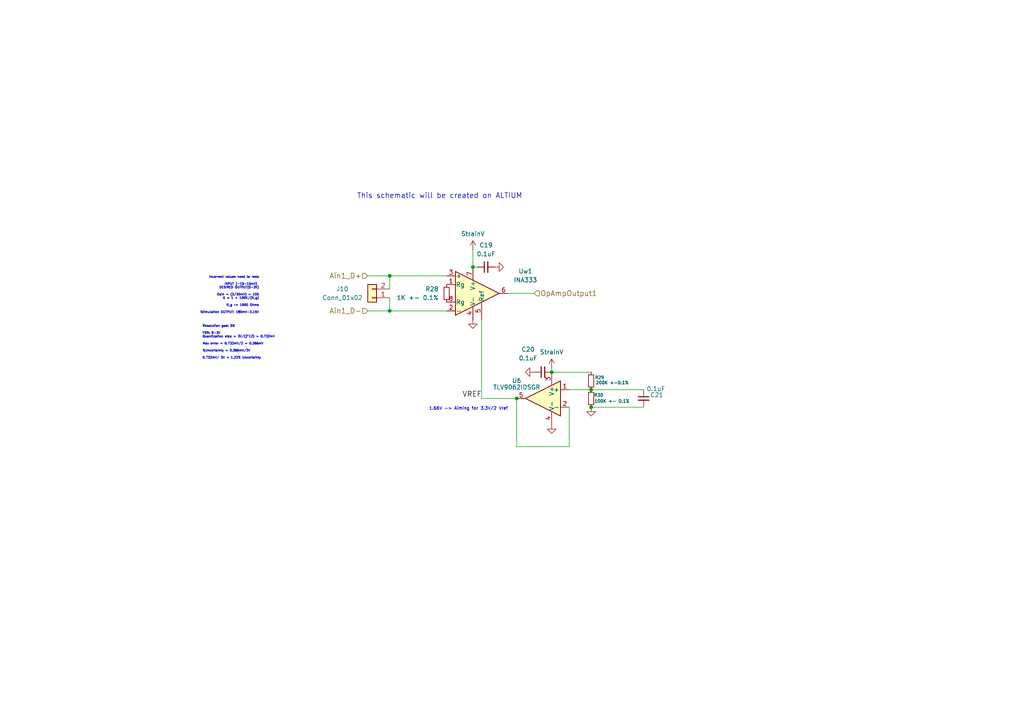
<source format=kicad_sch>
(kicad_sch
	(version 20250114)
	(generator "eeschema")
	(generator_version "9.0")
	(uuid "3618ac50-3dd9-4787-8423-f4bcf6659e95")
	(paper "A4")
	(lib_symbols
		(symbol "Connector_Generic:Conn_01x02"
			(pin_names
				(offset 1.016)
				(hide yes)
			)
			(exclude_from_sim no)
			(in_bom yes)
			(on_board yes)
			(property "Reference" "J"
				(at 0 2.54 0)
				(effects
					(font
						(size 1.27 1.27)
					)
				)
			)
			(property "Value" "Conn_01x02"
				(at 0 -5.08 0)
				(effects
					(font
						(size 1.27 1.27)
					)
				)
			)
			(property "Footprint" ""
				(at 0 0 0)
				(effects
					(font
						(size 1.27 1.27)
					)
					(hide yes)
				)
			)
			(property "Datasheet" "~"
				(at 0 0 0)
				(effects
					(font
						(size 1.27 1.27)
					)
					(hide yes)
				)
			)
			(property "Description" "Generic connector, single row, 01x02, script generated (kicad-library-utils/schlib/autogen/connector/)"
				(at 0 0 0)
				(effects
					(font
						(size 1.27 1.27)
					)
					(hide yes)
				)
			)
			(property "ki_keywords" "connector"
				(at 0 0 0)
				(effects
					(font
						(size 1.27 1.27)
					)
					(hide yes)
				)
			)
			(property "ki_fp_filters" "Connector*:*_1x??_*"
				(at 0 0 0)
				(effects
					(font
						(size 1.27 1.27)
					)
					(hide yes)
				)
			)
			(symbol "Conn_01x02_1_1"
				(rectangle
					(start -1.27 1.27)
					(end 1.27 -3.81)
					(stroke
						(width 0.254)
						(type default)
					)
					(fill
						(type background)
					)
				)
				(rectangle
					(start -1.27 0.127)
					(end 0 -0.127)
					(stroke
						(width 0.1524)
						(type default)
					)
					(fill
						(type none)
					)
				)
				(rectangle
					(start -1.27 -2.413)
					(end 0 -2.667)
					(stroke
						(width 0.1524)
						(type default)
					)
					(fill
						(type none)
					)
				)
				(pin passive line
					(at -5.08 0 0)
					(length 3.81)
					(name "Pin_1"
						(effects
							(font
								(size 1.27 1.27)
							)
						)
					)
					(number "1"
						(effects
							(font
								(size 1.27 1.27)
							)
						)
					)
				)
				(pin passive line
					(at -5.08 -2.54 0)
					(length 3.81)
					(name "Pin_2"
						(effects
							(font
								(size 1.27 1.27)
							)
						)
					)
					(number "2"
						(effects
							(font
								(size 1.27 1.27)
							)
						)
					)
				)
			)
			(embedded_fonts no)
		)
		(symbol "Device:C_Small"
			(pin_numbers
				(hide yes)
			)
			(pin_names
				(offset 0.254)
				(hide yes)
			)
			(exclude_from_sim no)
			(in_bom yes)
			(on_board yes)
			(property "Reference" "C"
				(at 0.254 1.778 0)
				(effects
					(font
						(size 1.27 1.27)
					)
					(justify left)
				)
			)
			(property "Value" "C_Small"
				(at 0.254 -2.032 0)
				(effects
					(font
						(size 1.27 1.27)
					)
					(justify left)
				)
			)
			(property "Footprint" ""
				(at 0 0 0)
				(effects
					(font
						(size 1.27 1.27)
					)
					(hide yes)
				)
			)
			(property "Datasheet" "~"
				(at 0 0 0)
				(effects
					(font
						(size 1.27 1.27)
					)
					(hide yes)
				)
			)
			(property "Description" "Unpolarized capacitor, small symbol"
				(at 0 0 0)
				(effects
					(font
						(size 1.27 1.27)
					)
					(hide yes)
				)
			)
			(property "ki_keywords" "capacitor cap"
				(at 0 0 0)
				(effects
					(font
						(size 1.27 1.27)
					)
					(hide yes)
				)
			)
			(property "ki_fp_filters" "C_*"
				(at 0 0 0)
				(effects
					(font
						(size 1.27 1.27)
					)
					(hide yes)
				)
			)
			(symbol "C_Small_0_1"
				(polyline
					(pts
						(xy -1.524 0.508) (xy 1.524 0.508)
					)
					(stroke
						(width 0.3048)
						(type default)
					)
					(fill
						(type none)
					)
				)
				(polyline
					(pts
						(xy -1.524 -0.508) (xy 1.524 -0.508)
					)
					(stroke
						(width 0.3302)
						(type default)
					)
					(fill
						(type none)
					)
				)
			)
			(symbol "C_Small_1_1"
				(pin passive line
					(at 0 2.54 270)
					(length 2.032)
					(name "~"
						(effects
							(font
								(size 1.27 1.27)
							)
						)
					)
					(number "1"
						(effects
							(font
								(size 1.27 1.27)
							)
						)
					)
				)
				(pin passive line
					(at 0 -2.54 90)
					(length 2.032)
					(name "~"
						(effects
							(font
								(size 1.27 1.27)
							)
						)
					)
					(number "2"
						(effects
							(font
								(size 1.27 1.27)
							)
						)
					)
				)
			)
			(embedded_fonts no)
		)
		(symbol "Device:R_Small"
			(pin_numbers
				(hide yes)
			)
			(pin_names
				(offset 0.254)
				(hide yes)
			)
			(exclude_from_sim no)
			(in_bom yes)
			(on_board yes)
			(property "Reference" "R"
				(at 0.762 0.508 0)
				(effects
					(font
						(size 1.27 1.27)
					)
					(justify left)
				)
			)
			(property "Value" "R_Small"
				(at 0.762 -1.016 0)
				(effects
					(font
						(size 1.27 1.27)
					)
					(justify left)
				)
			)
			(property "Footprint" ""
				(at 0 0 0)
				(effects
					(font
						(size 1.27 1.27)
					)
					(hide yes)
				)
			)
			(property "Datasheet" "~"
				(at 0 0 0)
				(effects
					(font
						(size 1.27 1.27)
					)
					(hide yes)
				)
			)
			(property "Description" "Resistor, small symbol"
				(at 0 0 0)
				(effects
					(font
						(size 1.27 1.27)
					)
					(hide yes)
				)
			)
			(property "ki_keywords" "R resistor"
				(at 0 0 0)
				(effects
					(font
						(size 1.27 1.27)
					)
					(hide yes)
				)
			)
			(property "ki_fp_filters" "R_*"
				(at 0 0 0)
				(effects
					(font
						(size 1.27 1.27)
					)
					(hide yes)
				)
			)
			(symbol "R_Small_0_1"
				(rectangle
					(start -0.762 1.778)
					(end 0.762 -1.778)
					(stroke
						(width 0.2032)
						(type default)
					)
					(fill
						(type none)
					)
				)
			)
			(symbol "R_Small_1_1"
				(pin passive line
					(at 0 2.54 270)
					(length 0.762)
					(name "~"
						(effects
							(font
								(size 1.27 1.27)
							)
						)
					)
					(number "1"
						(effects
							(font
								(size 1.27 1.27)
							)
						)
					)
				)
				(pin passive line
					(at 0 -2.54 90)
					(length 0.762)
					(name "~"
						(effects
							(font
								(size 1.27 1.27)
							)
						)
					)
					(number "2"
						(effects
							(font
								(size 1.27 1.27)
							)
						)
					)
				)
			)
			(embedded_fonts no)
		)
		(symbol "INA317:INA333xxDGK"
			(pin_names
				(offset 0.127)
			)
			(exclude_from_sim no)
			(in_bom yes)
			(on_board yes)
			(property "Reference" "U"
				(at 3.81 3.175 0)
				(effects
					(font
						(size 1.27 1.27)
					)
					(justify left)
				)
			)
			(property "Value" "INA317xxDGK"
				(at 3.81 -3.175 0)
				(effects
					(font
						(size 1.27 1.27)
					)
					(justify left)
				)
			)
			(property "Footprint" "Package_SO:VSSOP-8_3x3mm_P0.65mm"
				(at 0 -7.62 0)
				(effects
					(font
						(size 1.27 1.27)
					)
					(hide yes)
				)
			)
			(property "Datasheet" "https://www.ti.com/lit/ds/symlink/ina333.pdf"
				(at 2.54 0 0)
				(effects
					(font
						(size 1.27 1.27)
					)
					(hide yes)
				)
			)
			(property "Description" "Zero Drift, Micropower Instrumentation Amplifier G = 1 + 100kOhm/Rg, VSSOP-8"
				(at 0 0 0)
				(effects
					(font
						(size 1.27 1.27)
					)
					(hide yes)
				)
			)
			(property "ki_keywords" "instrumentation opamp amplifier"
				(at 0 0 0)
				(effects
					(font
						(size 1.27 1.27)
					)
					(hide yes)
				)
			)
			(property "ki_fp_filters" "VSSOP*3x3mm*P0.65mm*"
				(at 0 0 0)
				(effects
					(font
						(size 1.27 1.27)
					)
					(hide yes)
				)
			)
			(symbol "INA333xxDGK_0_1"
				(polyline
					(pts
						(xy 7.62 0) (xy -5.08 6.35) (xy -5.08 -6.35) (xy 7.62 0)
					)
					(stroke
						(width 0.254)
						(type default)
					)
					(fill
						(type background)
					)
				)
			)
			(symbol "INA333xxDGK_1_1"
				(pin input line
					(at -7.62 5.08 0)
					(length 2.54)
					(name "+"
						(effects
							(font
								(size 1.27 1.27)
							)
						)
					)
					(number "3"
						(effects
							(font
								(size 1.27 1.27)
							)
						)
					)
				)
				(pin passive line
					(at -7.62 2.54 0)
					(length 2.54)
					(name "Rg"
						(effects
							(font
								(size 1.27 1.27)
							)
						)
					)
					(number "1"
						(effects
							(font
								(size 1.27 1.27)
							)
						)
					)
				)
				(pin passive line
					(at -7.62 -2.54 0)
					(length 2.54)
					(name "Rg"
						(effects
							(font
								(size 1.27 1.27)
							)
						)
					)
					(number "8"
						(effects
							(font
								(size 1.27 1.27)
							)
						)
					)
				)
				(pin input line
					(at -7.62 -5.08 0)
					(length 2.54)
					(name "-"
						(effects
							(font
								(size 1.27 1.27)
							)
						)
					)
					(number "2"
						(effects
							(font
								(size 1.27 1.27)
							)
						)
					)
				)
				(pin power_in line
					(at 0 7.62 270)
					(length 3.81)
					(name "V+"
						(effects
							(font
								(size 1.27 1.27)
							)
						)
					)
					(number "7"
						(effects
							(font
								(size 1.27 1.27)
							)
						)
					)
				)
				(pin power_in line
					(at 0 -7.62 90)
					(length 3.81)
					(name "V-"
						(effects
							(font
								(size 1.27 1.27)
							)
						)
					)
					(number "4"
						(effects
							(font
								(size 1.27 1.27)
							)
						)
					)
				)
				(pin input line
					(at 2.54 -7.62 90)
					(length 5.08)
					(name "Ref"
						(effects
							(font
								(size 1.27 1.27)
							)
						)
					)
					(number "5"
						(effects
							(font
								(size 1.27 1.27)
							)
						)
					)
				)
				(pin output line
					(at 10.16 0 180)
					(length 2.54)
					(name "~"
						(effects
							(font
								(size 1.27 1.27)
							)
						)
					)
					(number "6"
						(effects
							(font
								(size 1.27 1.27)
							)
						)
					)
				)
			)
			(embedded_fonts no)
		)
		(symbol "Simulation_SPICE:OPAMP"
			(pin_names
				(offset 0.254)
			)
			(exclude_from_sim no)
			(in_bom yes)
			(on_board yes)
			(property "Reference" "U"
				(at 3.81 3.175 0)
				(effects
					(font
						(size 1.27 1.27)
					)
					(justify left)
				)
			)
			(property "Value" "${SIM.PARAMS}"
				(at 3.81 -3.175 0)
				(effects
					(font
						(size 1.27 1.27)
					)
					(justify left)
				)
			)
			(property "Footprint" ""
				(at 0 0 0)
				(effects
					(font
						(size 1.27 1.27)
					)
					(hide yes)
				)
			)
			(property "Datasheet" "https://ngspice.sourceforge.io/docs/ngspice-html-manual/manual.xhtml#sec__SUBCKT_Subcircuits"
				(at 0 0 0)
				(effects
					(font
						(size 1.27 1.27)
					)
					(hide yes)
				)
			)
			(property "Description" "Operational amplifier, single"
				(at 0 0 0)
				(effects
					(font
						(size 1.27 1.27)
					)
					(hide yes)
				)
			)
			(property "Sim.Pins" "1=in+ 2=in- 3=vcc 4=vee 5=out"
				(at 0 0 0)
				(effects
					(font
						(size 1.27 1.27)
					)
					(hide yes)
				)
			)
			(property "Sim.Device" "SUBCKT"
				(at 0 0 0)
				(effects
					(font
						(size 1.27 1.27)
					)
					(justify left)
					(hide yes)
				)
			)
			(property "Sim.Library" "${KICAD8_SYMBOL_DIR}/Simulation_SPICE.sp"
				(at 0 0 0)
				(effects
					(font
						(size 1.27 1.27)
					)
					(hide yes)
				)
			)
			(property "Sim.Name" "kicad_builtin_opamp"
				(at 0 0 0)
				(effects
					(font
						(size 1.27 1.27)
					)
					(hide yes)
				)
			)
			(property "ki_keywords" "simulation"
				(at 0 0 0)
				(effects
					(font
						(size 1.27 1.27)
					)
					(hide yes)
				)
			)
			(symbol "OPAMP_0_1"
				(polyline
					(pts
						(xy 5.08 0) (xy -5.08 5.08) (xy -5.08 -5.08) (xy 5.08 0)
					)
					(stroke
						(width 0.254)
						(type default)
					)
					(fill
						(type background)
					)
				)
			)
			(symbol "OPAMP_1_1"
				(pin input line
					(at -7.62 2.54 0)
					(length 2.54)
					(name "+"
						(effects
							(font
								(size 1.27 1.27)
							)
						)
					)
					(number "1"
						(effects
							(font
								(size 1.27 1.27)
							)
						)
					)
				)
				(pin input line
					(at -7.62 -2.54 0)
					(length 2.54)
					(name "-"
						(effects
							(font
								(size 1.27 1.27)
							)
						)
					)
					(number "2"
						(effects
							(font
								(size 1.27 1.27)
							)
						)
					)
				)
				(pin power_in line
					(at -2.54 7.62 270)
					(length 3.81)
					(name "V+"
						(effects
							(font
								(size 1.27 1.27)
							)
						)
					)
					(number "3"
						(effects
							(font
								(size 1.27 1.27)
							)
						)
					)
				)
				(pin power_in line
					(at -2.54 -7.62 90)
					(length 3.81)
					(name "V-"
						(effects
							(font
								(size 1.27 1.27)
							)
						)
					)
					(number "4"
						(effects
							(font
								(size 1.27 1.27)
							)
						)
					)
				)
				(pin output line
					(at 7.62 0 180)
					(length 2.54)
					(name "~"
						(effects
							(font
								(size 1.27 1.27)
							)
						)
					)
					(number "5"
						(effects
							(font
								(size 1.27 1.27)
							)
						)
					)
				)
			)
			(embedded_fonts no)
		)
		(symbol "power:+12L"
			(power)
			(pin_numbers
				(hide yes)
			)
			(pin_names
				(offset 0)
				(hide yes)
			)
			(exclude_from_sim no)
			(in_bom yes)
			(on_board yes)
			(property "Reference" "#PWR02"
				(at 0 -3.81 0)
				(effects
					(font
						(size 1.27 1.27)
					)
					(hide yes)
				)
			)
			(property "Value" "StrainV"
				(at 0 5.08 0)
				(effects
					(font
						(size 1.27 1.27)
					)
				)
			)
			(property "Footprint" ""
				(at 0 0 0)
				(effects
					(font
						(size 1.27 1.27)
					)
					(hide yes)
				)
			)
			(property "Datasheet" ""
				(at 0 0 0)
				(effects
					(font
						(size 1.27 1.27)
					)
					(hide yes)
				)
			)
			(property "Description" "Power symbol creates a global label with name \"+12L\""
				(at 0 0 0)
				(effects
					(font
						(size 1.27 1.27)
					)
					(hide yes)
				)
			)
			(property "ki_keywords" "global power"
				(at 0 0 0)
				(effects
					(font
						(size 1.27 1.27)
					)
					(hide yes)
				)
			)
			(symbol "+12L_0_1"
				(polyline
					(pts
						(xy -0.762 1.27) (xy 0 2.54)
					)
					(stroke
						(width 0)
						(type default)
					)
					(fill
						(type none)
					)
				)
				(polyline
					(pts
						(xy 0 2.54) (xy 0.762 1.27)
					)
					(stroke
						(width 0)
						(type default)
					)
					(fill
						(type none)
					)
				)
				(polyline
					(pts
						(xy 0 0) (xy 0 2.54)
					)
					(stroke
						(width 0)
						(type default)
					)
					(fill
						(type none)
					)
				)
			)
			(symbol "+12L_1_1"
				(pin power_out line
					(at 0 0 90)
					(length 0)
					(name "~"
						(effects
							(font
								(size 1.27 1.27)
							)
						)
					)
					(number "1"
						(effects
							(font
								(size 1.27 1.27)
							)
						)
					)
				)
			)
			(embedded_fonts no)
		)
		(symbol "power:GND"
			(power)
			(pin_numbers
				(hide yes)
			)
			(pin_names
				(offset 0)
				(hide yes)
			)
			(exclude_from_sim no)
			(in_bom yes)
			(on_board yes)
			(property "Reference" "#PWR"
				(at 0 -6.35 0)
				(effects
					(font
						(size 1.27 1.27)
					)
					(hide yes)
				)
			)
			(property "Value" "GND"
				(at 0 -3.81 0)
				(effects
					(font
						(size 1.27 1.27)
					)
				)
			)
			(property "Footprint" ""
				(at 0 0 0)
				(effects
					(font
						(size 1.27 1.27)
					)
					(hide yes)
				)
			)
			(property "Datasheet" ""
				(at 0 0 0)
				(effects
					(font
						(size 1.27 1.27)
					)
					(hide yes)
				)
			)
			(property "Description" "Power symbol creates a global label with name \"GND\" , ground"
				(at 0 0 0)
				(effects
					(font
						(size 1.27 1.27)
					)
					(hide yes)
				)
			)
			(property "ki_keywords" "global power"
				(at 0 0 0)
				(effects
					(font
						(size 1.27 1.27)
					)
					(hide yes)
				)
			)
			(symbol "GND_0_1"
				(polyline
					(pts
						(xy 0 0) (xy 0 -1.27) (xy 1.27 -1.27) (xy 0 -2.54) (xy -1.27 -1.27) (xy 0 -1.27)
					)
					(stroke
						(width 0)
						(type default)
					)
					(fill
						(type none)
					)
				)
			)
			(symbol "GND_1_1"
				(pin power_in line
					(at 0 0 270)
					(length 0)
					(name "~"
						(effects
							(font
								(size 1.27 1.27)
							)
						)
					)
					(number "1"
						(effects
							(font
								(size 1.27 1.27)
							)
						)
					)
				)
			)
			(embedded_fonts no)
		)
	)
	(text "Resolution goal 5%\n\nFSR: 0-3V\nQuantization step = 3V/(2^12) = 0.732mV\n\nMax error = 0.732mV/2 = 0.366mV\n\n%Uncertainty = 0.366mV/3V\n\n0.732mV/ 3V = 1.22% Uncertainty\n\n\n\n"
		(exclude_from_sim no)
		(at 58.674 100.838 0)
		(effects
			(font
				(size 0.635 0.635)
			)
			(justify left)
		)
		(uuid "11360541-8b6a-4769-92fe-12b4ba241c73")
	)
	(text "This schematic will be created on ALTIUM"
		(exclude_from_sim no)
		(at 127.508 56.896 0)
		(effects
			(font
				(size 1.4986 1.4986)
			)
		)
		(uuid "15311a66-f708-4799-b8cd-d4db70314280")
	)
	(text "1.66V -> Aiming for 3.3V/2 Vref"
		(exclude_from_sim no)
		(at 135.89 118.618 0)
		(effects
			(font
				(size 0.889 0.889)
			)
		)
		(uuid "407aa818-214a-48d3-8283-2d1cedcd400a")
	)
	(text "Incorrect values need to redo\n\nINPUT (-15-15mV) \nDESIRED OUTPUT(0-3V)\n\nGain = (3/30mV) = 100\nG = 1 + 100K/(R_g)\n\nR_g ~= 1000 Ohms\n\nStimulation OUTPUT: 180mV-3.15V"
		(exclude_from_sim no)
		(at 75.184 85.598 0)
		(effects
			(font
				(size 0.635 0.635)
			)
			(justify right)
		)
		(uuid "72caba9e-1295-4a46-a71d-080ddd19b88c")
	)
	(junction
		(at 137.16 77.47)
		(diameter 0)
		(color 0 0 0 0)
		(uuid "47da122b-1151-4c0b-8fed-bd2b576ba7cd")
	)
	(junction
		(at 113.03 80.01)
		(diameter 0)
		(color 0 0 0 0)
		(uuid "6ad1cfc8-9ad8-4442-aabb-a9c5afa4c842")
	)
	(junction
		(at 160.02 107.95)
		(diameter 0)
		(color 0 0 0 0)
		(uuid "8fcddc80-cda8-47eb-bdad-726542fa8db0")
	)
	(junction
		(at 171.45 113.03)
		(diameter 0)
		(color 0 0 0 0)
		(uuid "b00d5a03-7d06-49eb-8d52-d60617d7f00a")
	)
	(junction
		(at 113.03 90.17)
		(diameter 0)
		(color 0 0 0 0)
		(uuid "b58430f7-79cd-4a7a-bb2e-a3d334c61cce")
	)
	(junction
		(at 171.45 118.11)
		(diameter 0)
		(color 0 0 0 0)
		(uuid "b8d95db4-0f69-473c-a210-3b1291965795")
	)
	(junction
		(at 149.86 115.57)
		(diameter 0)
		(color 0 0 0 0)
		(uuid "bffdc2a0-804c-4ddd-a584-6e06e0907237")
	)
	(wire
		(pts
			(xy 113.03 90.17) (xy 113.03 86.36)
		)
		(stroke
			(width 0)
			(type default)
		)
		(uuid "24d02970-e004-46e0-8d5a-ad873de5a022")
	)
	(wire
		(pts
			(xy 147.32 85.09) (xy 154.94 85.09)
		)
		(stroke
			(width 0)
			(type default)
		)
		(uuid "35d3df87-e1f7-4f27-a1d7-bb050e69bbc0")
	)
	(wire
		(pts
			(xy 171.45 113.03) (xy 186.69 113.03)
		)
		(stroke
			(width 0)
			(type default)
		)
		(uuid "406396d3-f273-4ccb-9184-cef7c9243ad6")
	)
	(wire
		(pts
			(xy 113.03 80.01) (xy 129.54 80.01)
		)
		(stroke
			(width 0)
			(type default)
		)
		(uuid "40849298-f718-42bc-8bd0-fc4f749d67cc")
	)
	(wire
		(pts
			(xy 165.1 129.54) (xy 149.86 129.54)
		)
		(stroke
			(width 0)
			(type default)
		)
		(uuid "41c21eab-b475-4841-9898-9b7f9fffc25d")
	)
	(wire
		(pts
			(xy 149.86 129.54) (xy 149.86 115.57)
		)
		(stroke
			(width 0)
			(type default)
		)
		(uuid "6b97430a-682d-4657-aa43-653a3248094c")
	)
	(wire
		(pts
			(xy 137.16 72.39) (xy 137.16 77.47)
		)
		(stroke
			(width 0)
			(type default)
		)
		(uuid "7b87adfe-c7ae-4eff-b5bb-c5744ae819ab")
	)
	(wire
		(pts
			(xy 160.02 106.68) (xy 160.02 107.95)
		)
		(stroke
			(width 0)
			(type default)
		)
		(uuid "8b47c3d1-1dfe-4b9a-abf1-708b338d0ce9")
	)
	(wire
		(pts
			(xy 165.1 118.11) (xy 165.1 129.54)
		)
		(stroke
			(width 0)
			(type default)
		)
		(uuid "8ba47576-b11a-455f-b102-db5ebd707ca8")
	)
	(wire
		(pts
			(xy 139.7 92.71) (xy 139.7 115.57)
		)
		(stroke
			(width 0)
			(type default)
		)
		(uuid "8f6a5b89-63c9-44c3-addb-f83ccf1e5cbd")
	)
	(wire
		(pts
			(xy 186.69 118.11) (xy 171.45 118.11)
		)
		(stroke
			(width 0)
			(type default)
		)
		(uuid "ab02398d-8bd4-4f82-9856-fa183384c659")
	)
	(wire
		(pts
			(xy 113.03 83.82) (xy 113.03 80.01)
		)
		(stroke
			(width 0)
			(type default)
		)
		(uuid "bfca2ee0-d70f-4bf3-8e13-3981e35dce35")
	)
	(wire
		(pts
			(xy 106.68 90.17) (xy 113.03 90.17)
		)
		(stroke
			(width 0)
			(type default)
		)
		(uuid "d47ba471-2028-42cc-bede-e73a94011314")
	)
	(wire
		(pts
			(xy 171.45 107.95) (xy 160.02 107.95)
		)
		(stroke
			(width 0)
			(type default)
		)
		(uuid "d7690009-19ac-4d4a-8d3f-a7b28ccddc52")
	)
	(wire
		(pts
			(xy 106.68 80.01) (xy 113.03 80.01)
		)
		(stroke
			(width 0)
			(type default)
		)
		(uuid "db9fd987-a5ef-4fc9-a049-c5cc57a92b5e")
	)
	(wire
		(pts
			(xy 138.43 77.47) (xy 137.16 77.47)
		)
		(stroke
			(width 0)
			(type default)
		)
		(uuid "dc300e99-606f-4379-869e-b7e62cc58b0d")
	)
	(wire
		(pts
			(xy 129.54 90.17) (xy 113.03 90.17)
		)
		(stroke
			(width 0)
			(type default)
		)
		(uuid "ddc98724-0248-4d79-a122-c341c0fac117")
	)
	(wire
		(pts
			(xy 139.7 115.57) (xy 149.86 115.57)
		)
		(stroke
			(width 0)
			(type default)
		)
		(uuid "e7c9835e-4648-4633-8a94-da24a31f58c7")
	)
	(wire
		(pts
			(xy 171.45 113.03) (xy 165.1 113.03)
		)
		(stroke
			(width 0)
			(type default)
		)
		(uuid "f2955fe7-e4ac-4da3-a947-24d066bcb079")
	)
	(label "VREF"
		(at 139.7 115.57 180)
		(effects
			(font
				(size 1.4986 1.4986)
			)
			(justify right bottom)
		)
		(uuid "70df8545-16ed-46c0-88de-4c3ff44bb04b")
	)
	(hierarchical_label "Ain1_D-"
		(shape input)
		(at 106.68 90.17 180)
		(effects
			(font
				(size 1.4986 1.4986)
			)
			(justify right)
		)
		(uuid "74b8ec38-5ccd-46ba-8993-2b165968668c")
	)
	(hierarchical_label "Ain1_D+"
		(shape input)
		(at 106.68 80.01 180)
		(effects
			(font
				(size 1.4986 1.4986)
			)
			(justify right)
		)
		(uuid "946c7d99-8dab-4edf-bd79-548c7de6c7d2")
	)
	(hierarchical_label "OpAmpOutput1"
		(shape input)
		(at 154.94 85.09 0)
		(effects
			(font
				(size 1.4986 1.4986)
			)
			(justify left)
		)
		(uuid "bdea7114-4e1c-40a3-aaf9-c19df49761d5")
	)
	(symbol
		(lib_id "power:+12L")
		(at 137.16 72.39 0)
		(unit 1)
		(exclude_from_sim no)
		(in_bom yes)
		(on_board no)
		(dnp no)
		(uuid "025b37f0-cb89-4cb7-a003-3e12476cb392")
		(property "Reference" "#PWR068"
			(at 137.16 76.2 0)
			(effects
				(font
					(size 1.27 1.27)
				)
				(hide yes)
			)
		)
		(property "Value" "StrainV"
			(at 137.16 67.818 0)
			(effects
				(font
					(size 1.27 1.27)
				)
			)
		)
		(property "Footprint" ""
			(at 137.16 72.39 0)
			(effects
				(font
					(size 1.27 1.27)
				)
				(hide yes)
			)
		)
		(property "Datasheet" ""
			(at 137.16 72.39 0)
			(effects
				(font
					(size 1.27 1.27)
				)
				(hide yes)
			)
		)
		(property "Description" "Power symbol creates a global label with name \"+12L\""
			(at 137.16 72.39 0)
			(effects
				(font
					(size 1.27 1.27)
				)
				(hide yes)
			)
		)
		(pin "1"
			(uuid "ce11c749-8e09-4b4e-a643-d9cf964fd8d5")
		)
		(instances
			(project "Revision01"
				(path "/955cc99e-a129-42cf-abc7-aa99813fdb5f/00000000-0000-0000-0000-00005eb1de63/14eb51a3-67a8-4f4f-b7c1-d030be0d073f"
					(reference "#PWR068")
					(unit 1)
				)
			)
		)
	)
	(symbol
		(lib_id "Device:R_Small")
		(at 171.45 115.57 0)
		(mirror y)
		(unit 1)
		(exclude_from_sim no)
		(in_bom yes)
		(on_board no)
		(dnp no)
		(uuid "5d80c206-6ccc-4383-8034-d28474724e60")
		(property "Reference" "R30"
			(at 175.006 114.554 0)
			(effects
				(font
					(size 0.889 0.889)
				)
				(justify left)
			)
		)
		(property "Value" "100K +- 0.1%"
			(at 182.626 116.332 0)
			(effects
				(font
					(size 0.889 0.889)
				)
				(justify left)
			)
		)
		(property "Footprint" "Resistor_SMD:R_0603_1608Metric_Pad0.98x0.95mm_HandSolder"
			(at 171.45 115.57 0)
			(effects
				(font
					(size 1.27 1.27)
				)
				(hide yes)
			)
		)
		(property "Datasheet" "~"
			(at 171.45 115.57 0)
			(effects
				(font
					(size 1.27 1.27)
				)
				(hide yes)
			)
		)
		(property "Description" "Resistor, small symbol"
			(at 171.45 115.57 0)
			(effects
				(font
					(size 1.27 1.27)
				)
				(hide yes)
			)
		)
		(property "Distributor link" "https://www.mouser.ca/ProductDetail/Susumu/RG1608P-104-B-T5?qs=juJhw1yPxAGWJpMRs%252BTSdw%3D%3D"
			(at 171.45 115.57 0)
			(effects
				(font
					(size 1.27 1.27)
				)
				(hide yes)
			)
		)
		(property "Manufacturer Part Number" "RG1608P-104-B-T5"
			(at 171.45 115.57 0)
			(effects
				(font
					(size 1.27 1.27)
				)
				(hide yes)
			)
		)
		(property "Price per unit" "0.119"
			(at 171.45 115.57 0)
			(effects
				(font
					(size 1.27 1.27)
				)
				(hide yes)
			)
		)
		(pin "2"
			(uuid "e62aa832-8a8e-4e15-b04f-d7c20f77bc8e")
		)
		(pin "1"
			(uuid "2b6cb2b7-0648-4c34-8068-a2520b4bd755")
		)
		(instances
			(project "Revision01"
				(path "/955cc99e-a129-42cf-abc7-aa99813fdb5f/00000000-0000-0000-0000-00005eb1de63/14eb51a3-67a8-4f4f-b7c1-d030be0d073f"
					(reference "R30")
					(unit 1)
				)
			)
		)
	)
	(symbol
		(lib_id "power:+12L")
		(at 160.02 106.68 0)
		(mirror y)
		(unit 1)
		(exclude_from_sim no)
		(in_bom yes)
		(on_board no)
		(dnp no)
		(uuid "6476de2d-2b71-4b6f-98ec-333fe3e57b18")
		(property "Reference" "#PWR072"
			(at 160.02 110.49 0)
			(effects
				(font
					(size 1.27 1.27)
				)
				(hide yes)
			)
		)
		(property "Value" "StrainV"
			(at 160.02 102.108 0)
			(effects
				(font
					(size 1.27 1.27)
				)
			)
		)
		(property "Footprint" ""
			(at 160.02 106.68 0)
			(effects
				(font
					(size 1.27 1.27)
				)
				(hide yes)
			)
		)
		(property "Datasheet" ""
			(at 160.02 106.68 0)
			(effects
				(font
					(size 1.27 1.27)
				)
				(hide yes)
			)
		)
		(property "Description" "Power symbol creates a global label with name \"+12L\""
			(at 160.02 106.68 0)
			(effects
				(font
					(size 1.27 1.27)
				)
				(hide yes)
			)
		)
		(pin "1"
			(uuid "689e61dc-2d6d-40a7-9760-068eb7224923")
		)
		(instances
			(project "Revision01"
				(path "/955cc99e-a129-42cf-abc7-aa99813fdb5f/00000000-0000-0000-0000-00005eb1de63/14eb51a3-67a8-4f4f-b7c1-d030be0d073f"
					(reference "#PWR072")
					(unit 1)
				)
			)
		)
	)
	(symbol
		(lib_id "Device:C_Small")
		(at 186.69 115.57 0)
		(unit 1)
		(exclude_from_sim no)
		(in_bom yes)
		(on_board no)
		(dnp no)
		(uuid "6969c0b8-0fcf-4241-83b4-a6f870657469")
		(property "Reference" "C21"
			(at 190.5 114.554 0)
			(effects
				(font
					(size 1.27 1.27)
				)
			)
		)
		(property "Value" "0.1uF"
			(at 190.246 112.776 0)
			(effects
				(font
					(size 1.27 1.27)
				)
			)
		)
		(property "Footprint" "Capacitor_SMD:C_0805_2012Metric_Pad1.18x1.45mm_HandSolder"
			(at 186.69 115.57 0)
			(effects
				(font
					(size 1.27 1.27)
				)
				(hide yes)
			)
		)
		(property "Datasheet" "~"
			(at 186.69 115.57 0)
			(effects
				(font
					(size 1.27 1.27)
				)
				(hide yes)
			)
		)
		(property "Description" "Unpolarized capacitor, small symbol"
			(at 186.69 115.57 0)
			(effects
				(font
					(size 1.27 1.27)
				)
				(hide yes)
			)
		)
		(property "Distributor link" "https://www.digikey.ca/en/products/detail/yageo/CC0805JRNPO9BN250/5884044"
			(at 186.69 115.57 0)
			(effects
				(font
					(size 1.27 1.27)
				)
				(hide yes)
			)
		)
		(property "Manufacturer Part Number" "CC0805JRNPO9BN250"
			(at 186.69 115.57 0)
			(effects
				(font
					(size 1.27 1.27)
				)
				(hide yes)
			)
		)
		(property "Price per unit" "0.099"
			(at 186.69 115.57 0)
			(effects
				(font
					(size 1.27 1.27)
				)
				(hide yes)
			)
		)
		(property "Manufacturer" "YAGEO"
			(at 186.69 115.57 0)
			(effects
				(font
					(size 1.27 1.27)
				)
				(hide yes)
			)
		)
		(pin "2"
			(uuid "93c1c0f4-da6e-4d76-8be1-018a78c8e9c6")
		)
		(pin "1"
			(uuid "4476e23b-29f3-4628-9763-d512eb2a3ae5")
		)
		(instances
			(project "Revision01"
				(path "/955cc99e-a129-42cf-abc7-aa99813fdb5f/00000000-0000-0000-0000-00005eb1de63/14eb51a3-67a8-4f4f-b7c1-d030be0d073f"
					(reference "C21")
					(unit 1)
				)
			)
		)
	)
	(symbol
		(lib_id "Connector_Generic:Conn_01x02")
		(at 107.95 86.36 180)
		(unit 1)
		(exclude_from_sim no)
		(in_bom yes)
		(on_board yes)
		(dnp no)
		(uuid "80934a4c-f3ae-43e1-8a1c-2553083c2056")
		(property "Reference" "J10"
			(at 99.314 83.82 0)
			(effects
				(font
					(size 1.27 1.27)
				)
			)
		)
		(property "Value" "Conn_01x02"
			(at 99.314 86.36 0)
			(effects
				(font
					(size 1.27 1.27)
				)
			)
		)
		(property "Footprint" ""
			(at 107.95 86.36 0)
			(effects
				(font
					(size 1.27 1.27)
				)
				(hide yes)
			)
		)
		(property "Datasheet" "~"
			(at 107.95 86.36 0)
			(effects
				(font
					(size 1.27 1.27)
				)
				(hide yes)
			)
		)
		(property "Description" "Generic connector, single row, 01x02, script generated (kicad-library-utils/schlib/autogen/connector/)"
			(at 107.95 86.36 0)
			(effects
				(font
					(size 1.27 1.27)
				)
				(hide yes)
			)
		)
		(pin "1"
			(uuid "cf93e441-09c3-4d9e-89f5-803bca2cdf27")
		)
		(pin "2"
			(uuid "fc041b21-7b3e-4572-b1d8-a878bdda78e8")
		)
		(instances
			(project ""
				(path "/955cc99e-a129-42cf-abc7-aa99813fdb5f/00000000-0000-0000-0000-00005eb1de63/14eb51a3-67a8-4f4f-b7c1-d030be0d073f"
					(reference "J10")
					(unit 1)
				)
			)
		)
	)
	(symbol
		(lib_id "power:GND")
		(at 137.16 92.71 0)
		(unit 1)
		(exclude_from_sim no)
		(in_bom yes)
		(on_board no)
		(dnp no)
		(fields_autoplaced yes)
		(uuid "8474d94b-76ba-47b7-b456-ef48face1763")
		(property "Reference" "#PWR069"
			(at 137.16 99.06 0)
			(effects
				(font
					(size 1.27 1.27)
				)
				(hide yes)
			)
		)
		(property "Value" "GND"
			(at 137.16 97.79 0)
			(effects
				(font
					(size 1.27 1.27)
				)
				(hide yes)
			)
		)
		(property "Footprint" ""
			(at 137.16 92.71 0)
			(effects
				(font
					(size 1.27 1.27)
				)
				(hide yes)
			)
		)
		(property "Datasheet" ""
			(at 137.16 92.71 0)
			(effects
				(font
					(size 1.27 1.27)
				)
				(hide yes)
			)
		)
		(property "Description" "Power symbol creates a global label with name \"GND\" , ground"
			(at 137.16 92.71 0)
			(effects
				(font
					(size 1.27 1.27)
				)
				(hide yes)
			)
		)
		(pin "1"
			(uuid "26355c75-6afa-456f-a705-35524cce6078")
		)
		(instances
			(project "Revision01"
				(path "/955cc99e-a129-42cf-abc7-aa99813fdb5f/00000000-0000-0000-0000-00005eb1de63/14eb51a3-67a8-4f4f-b7c1-d030be0d073f"
					(reference "#PWR069")
					(unit 1)
				)
			)
		)
	)
	(symbol
		(lib_id "Device:C_Small")
		(at 140.97 77.47 90)
		(unit 1)
		(exclude_from_sim no)
		(in_bom yes)
		(on_board no)
		(dnp no)
		(fields_autoplaced yes)
		(uuid "8a25eda6-9ae7-4a0d-b0f9-7210124e423a")
		(property "Reference" "C19"
			(at 140.9763 71.12 90)
			(effects
				(font
					(size 1.27 1.27)
				)
			)
		)
		(property "Value" "0.1uF"
			(at 140.9763 73.66 90)
			(effects
				(font
					(size 1.27 1.27)
				)
			)
		)
		(property "Footprint" "Capacitor_SMD:C_0805_2012Metric_Pad1.18x1.45mm_HandSolder"
			(at 140.97 77.47 0)
			(effects
				(font
					(size 1.27 1.27)
				)
				(hide yes)
			)
		)
		(property "Datasheet" "~"
			(at 140.97 77.47 0)
			(effects
				(font
					(size 1.27 1.27)
				)
				(hide yes)
			)
		)
		(property "Description" "Unpolarized capacitor, small symbol"
			(at 140.97 77.47 0)
			(effects
				(font
					(size 1.27 1.27)
				)
				(hide yes)
			)
		)
		(property "Distributor link" "https://www.digikey.ca/en/products/detail/yageo/CC0805JRNPO9BN250/5884044"
			(at 140.97 77.47 0)
			(effects
				(font
					(size 1.27 1.27)
				)
				(hide yes)
			)
		)
		(property "Manufacturer Part Number" "CC0805JRNPO9BN250"
			(at 140.97 77.47 0)
			(effects
				(font
					(size 1.27 1.27)
				)
				(hide yes)
			)
		)
		(property "Price per unit" "0.099"
			(at 140.97 77.47 0)
			(effects
				(font
					(size 1.27 1.27)
				)
				(hide yes)
			)
		)
		(property "Manufacturer" "YAGEO"
			(at 140.97 77.47 0)
			(effects
				(font
					(size 1.27 1.27)
				)
				(hide yes)
			)
		)
		(pin "2"
			(uuid "a39519d0-b9c1-442b-88f2-ba4b35cea011")
		)
		(pin "1"
			(uuid "7f8a82d7-f480-493c-a58c-d6470b3bf947")
		)
		(instances
			(project "Revision01"
				(path "/955cc99e-a129-42cf-abc7-aa99813fdb5f/00000000-0000-0000-0000-00005eb1de63/14eb51a3-67a8-4f4f-b7c1-d030be0d073f"
					(reference "C19")
					(unit 1)
				)
			)
		)
	)
	(symbol
		(lib_id "Device:C_Small")
		(at 157.48 107.95 90)
		(unit 1)
		(exclude_from_sim no)
		(in_bom yes)
		(on_board no)
		(dnp no)
		(uuid "9079ed9e-43e5-4cdd-a2c8-bed26b3ba419")
		(property "Reference" "C20"
			(at 153.162 101.346 90)
			(effects
				(font
					(size 1.27 1.27)
				)
			)
		)
		(property "Value" "0.1uF"
			(at 153.162 103.886 90)
			(effects
				(font
					(size 1.27 1.27)
				)
			)
		)
		(property "Footprint" "Capacitor_SMD:C_0805_2012Metric_Pad1.18x1.45mm_HandSolder"
			(at 157.48 107.95 0)
			(effects
				(font
					(size 1.27 1.27)
				)
				(hide yes)
			)
		)
		(property "Datasheet" "~"
			(at 157.48 107.95 0)
			(effects
				(font
					(size 1.27 1.27)
				)
				(hide yes)
			)
		)
		(property "Description" "Unpolarized capacitor, small symbol"
			(at 157.48 107.95 0)
			(effects
				(font
					(size 1.27 1.27)
				)
				(hide yes)
			)
		)
		(property "Distributor link" "https://www.digikey.ca/en/products/detail/yageo/CC0805JRNPO9BN250/5884044"
			(at 157.48 107.95 0)
			(effects
				(font
					(size 1.27 1.27)
				)
				(hide yes)
			)
		)
		(property "Manufacturer Part Number" "CC0805JRNPO9BN250"
			(at 157.48 107.95 0)
			(effects
				(font
					(size 1.27 1.27)
				)
				(hide yes)
			)
		)
		(property "Price per unit" "0.099"
			(at 157.48 107.95 0)
			(effects
				(font
					(size 1.27 1.27)
				)
				(hide yes)
			)
		)
		(property "Manufacturer" "YAGEO"
			(at 157.48 107.95 0)
			(effects
				(font
					(size 1.27 1.27)
				)
				(hide yes)
			)
		)
		(pin "2"
			(uuid "c780b351-0413-4ff0-9828-12fd786d94a5")
		)
		(pin "1"
			(uuid "472c6e7e-08bb-42b2-a6e8-28b711ba94fc")
		)
		(instances
			(project "Revision01"
				(path "/955cc99e-a129-42cf-abc7-aa99813fdb5f/00000000-0000-0000-0000-00005eb1de63/14eb51a3-67a8-4f4f-b7c1-d030be0d073f"
					(reference "C20")
					(unit 1)
				)
			)
		)
	)
	(symbol
		(lib_id "Device:R_Small")
		(at 129.54 85.09 0)
		(unit 1)
		(exclude_from_sim no)
		(in_bom yes)
		(on_board no)
		(dnp no)
		(uuid "95d05376-5b65-4543-b533-7ec50c5bfd57")
		(property "Reference" "R28"
			(at 127.254 83.82 0)
			(effects
				(font
					(size 1.27 1.27)
				)
				(justify right)
			)
		)
		(property "Value" "1K +- 0.1%"
			(at 127.254 86.36 0)
			(effects
				(font
					(size 1.27 1.27)
				)
				(justify right)
			)
		)
		(property "Footprint" ""
			(at 129.54 85.09 0)
			(effects
				(font
					(size 1.27 1.27)
				)
				(hide yes)
			)
		)
		(property "Datasheet" "~"
			(at 129.54 85.09 0)
			(effects
				(font
					(size 1.27 1.27)
				)
				(hide yes)
			)
		)
		(property "Description" "Resistor, small symbol"
			(at 129.54 85.09 0)
			(effects
				(font
					(size 1.27 1.27)
				)
				(hide yes)
			)
		)
		(property "Distributor link" ""
			(at 129.54 85.09 0)
			(effects
				(font
					(size 1.27 1.27)
				)
				(hide yes)
			)
		)
		(property "Manufacturer" ""
			(at 129.54 85.09 0)
			(effects
				(font
					(size 1.27 1.27)
				)
				(hide yes)
			)
		)
		(property "Manufacturer Part Number" ""
			(at 129.54 85.09 0)
			(effects
				(font
					(size 1.27 1.27)
				)
				(hide yes)
			)
		)
		(property "Price per unit" ""
			(at 129.54 85.09 0)
			(effects
				(font
					(size 1.27 1.27)
				)
				(hide yes)
			)
		)
		(pin "2"
			(uuid "c0062f8e-618e-482e-bb0c-ba1fc088e9a8")
		)
		(pin "1"
			(uuid "dbddba6f-fd41-4c24-88e5-b41bbfc2f674")
		)
		(instances
			(project "Revision01"
				(path "/955cc99e-a129-42cf-abc7-aa99813fdb5f/00000000-0000-0000-0000-00005eb1de63/14eb51a3-67a8-4f4f-b7c1-d030be0d073f"
					(reference "R28")
					(unit 1)
				)
			)
		)
	)
	(symbol
		(lib_id "Simulation_SPICE:OPAMP")
		(at 157.48 115.57 0)
		(mirror y)
		(unit 1)
		(exclude_from_sim no)
		(in_bom yes)
		(on_board no)
		(dnp no)
		(uuid "9b9b477d-57e7-4c8c-8e13-c579b723f46d")
		(property "Reference" "U6"
			(at 149.86 110.4198 0)
			(effects
				(font
					(size 1.27 1.27)
				)
			)
		)
		(property "Value" "TLV9062IDSGR"
			(at 149.86 112.3249 0)
			(effects
				(font
					(size 1.27 1.27)
				)
			)
		)
		(property "Footprint" ""
			(at 157.48 115.57 0)
			(effects
				(font
					(size 1.27 1.27)
				)
				(hide yes)
			)
		)
		(property "Datasheet" "https://ngspice.sourceforge.io/docs/ngspice-html-manual/manual.xhtml#sec__SUBCKT_Subcircuits"
			(at 157.48 115.57 0)
			(effects
				(font
					(size 1.27 1.27)
				)
				(hide yes)
			)
		)
		(property "Description" "Operational amplifier, single"
			(at 157.48 115.57 0)
			(effects
				(font
					(size 1.27 1.27)
				)
				(hide yes)
			)
		)
		(property "Sim.Pins" "1=in+ 2=in- 3=vcc 4=vee 5=out"
			(at 157.48 115.57 0)
			(effects
				(font
					(size 1.27 1.27)
				)
				(hide yes)
			)
		)
		(property "Sim.Device" "SUBCKT"
			(at 157.48 115.57 0)
			(effects
				(font
					(size 1.27 1.27)
				)
				(justify left)
				(hide yes)
			)
		)
		(property "Sim.Library" "${KICAD8_SYMBOL_DIR}/Simulation_SPICE.sp"
			(at 157.48 115.57 0)
			(effects
				(font
					(size 1.27 1.27)
				)
				(hide yes)
			)
		)
		(property "Sim.Name" "kicad_builtin_opamp"
			(at 157.48 115.57 0)
			(effects
				(font
					(size 1.27 1.27)
				)
				(hide yes)
			)
		)
		(property "Distributor link" "https://www.mouser.ca/ProductDetail/Texas-Instruments/TLV9062IDSGR?qs=5aG0NVq1C4xlH6vCPIp7gg%3D%3D"
			(at 157.48 115.57 0)
			(effects
				(font
					(size 1.27 1.27)
				)
				(hide yes)
			)
		)
		(property "Manufacturer Part Number" "TLV9062IDSGR"
			(at 157.48 115.57 0)
			(effects
				(font
					(size 1.27 1.27)
				)
				(hide yes)
			)
		)
		(property "Price per unit" "0.915"
			(at 157.48 115.57 0)
			(effects
				(font
					(size 1.27 1.27)
				)
				(hide yes)
			)
		)
		(pin "5"
			(uuid "cfd9cc34-2827-4358-a567-7e37c8d027a1")
		)
		(pin "2"
			(uuid "b826db59-de9a-45cd-8465-561f838792c5")
		)
		(pin "3"
			(uuid "dba3663a-0809-4e53-82b3-2851bd1c48eb")
		)
		(pin "1"
			(uuid "d32da57d-43a8-4249-9fa6-bd6978b2ea55")
		)
		(pin "4"
			(uuid "06bcf3e0-2ef3-428e-95f1-6e744563bb56")
		)
		(instances
			(project "Revision01"
				(path "/955cc99e-a129-42cf-abc7-aa99813fdb5f/00000000-0000-0000-0000-00005eb1de63/14eb51a3-67a8-4f4f-b7c1-d030be0d073f"
					(reference "U6")
					(unit 1)
				)
			)
		)
	)
	(symbol
		(lib_id "power:GND")
		(at 160.02 123.19 0)
		(unit 1)
		(exclude_from_sim no)
		(in_bom yes)
		(on_board no)
		(dnp no)
		(fields_autoplaced yes)
		(uuid "9bf66024-f831-4db3-8118-9a68ffc7ce25")
		(property "Reference" "#PWR073"
			(at 160.02 129.54 0)
			(effects
				(font
					(size 1.27 1.27)
				)
				(hide yes)
			)
		)
		(property "Value" "GND"
			(at 160.02 128.27 0)
			(effects
				(font
					(size 1.27 1.27)
				)
				(hide yes)
			)
		)
		(property "Footprint" ""
			(at 160.02 123.19 0)
			(effects
				(font
					(size 1.27 1.27)
				)
				(hide yes)
			)
		)
		(property "Datasheet" ""
			(at 160.02 123.19 0)
			(effects
				(font
					(size 1.27 1.27)
				)
				(hide yes)
			)
		)
		(property "Description" "Power symbol creates a global label with name \"GND\" , ground"
			(at 160.02 123.19 0)
			(effects
				(font
					(size 1.27 1.27)
				)
				(hide yes)
			)
		)
		(pin "1"
			(uuid "2b31529d-d931-4937-8846-6837a8ef1e65")
		)
		(instances
			(project "Revision01"
				(path "/955cc99e-a129-42cf-abc7-aa99813fdb5f/00000000-0000-0000-0000-00005eb1de63/14eb51a3-67a8-4f4f-b7c1-d030be0d073f"
					(reference "#PWR073")
					(unit 1)
				)
			)
		)
	)
	(symbol
		(lib_id "power:GND")
		(at 143.51 77.47 90)
		(unit 1)
		(exclude_from_sim no)
		(in_bom yes)
		(on_board no)
		(dnp no)
		(fields_autoplaced yes)
		(uuid "a078de4a-0ef4-4e96-a017-c11a89784efa")
		(property "Reference" "#PWR070"
			(at 149.86 77.47 0)
			(effects
				(font
					(size 1.27 1.27)
				)
				(hide yes)
			)
		)
		(property "Value" "GND"
			(at 148.59 77.47 0)
			(effects
				(font
					(size 1.27 1.27)
				)
				(hide yes)
			)
		)
		(property "Footprint" ""
			(at 143.51 77.47 0)
			(effects
				(font
					(size 1.27 1.27)
				)
				(hide yes)
			)
		)
		(property "Datasheet" ""
			(at 143.51 77.47 0)
			(effects
				(font
					(size 1.27 1.27)
				)
				(hide yes)
			)
		)
		(property "Description" "Power symbol creates a global label with name \"GND\" , ground"
			(at 143.51 77.47 0)
			(effects
				(font
					(size 1.27 1.27)
				)
				(hide yes)
			)
		)
		(pin "1"
			(uuid "6c04b4fe-e8a5-46ce-bf94-4c83b56f42bd")
		)
		(instances
			(project "Revision01"
				(path "/955cc99e-a129-42cf-abc7-aa99813fdb5f/00000000-0000-0000-0000-00005eb1de63/14eb51a3-67a8-4f4f-b7c1-d030be0d073f"
					(reference "#PWR070")
					(unit 1)
				)
			)
		)
	)
	(symbol
		(lib_id "INA317:INA333xxDGK")
		(at 137.16 85.09 0)
		(unit 1)
		(exclude_from_sim no)
		(in_bom yes)
		(on_board no)
		(dnp no)
		(uuid "ba512584-1b23-4e65-9316-e020204d2c98")
		(property "Reference" "Uw1"
			(at 152.4 78.6698 0)
			(effects
				(font
					(size 1.27 1.27)
				)
			)
		)
		(property "Value" "INA333"
			(at 152.4 81.2098 0)
			(effects
				(font
					(size 1.27 1.27)
				)
			)
		)
		(property "Footprint" "Package_SO:VSSOP-8_3x3mm_P0.65mm"
			(at 137.16 92.71 0)
			(effects
				(font
					(size 1.27 1.27)
				)
				(hide yes)
			)
		)
		(property "Datasheet" "https://www.ti.com/lit/ds/symlink/ina333.pdf"
			(at 139.7 85.09 0)
			(effects
				(font
					(size 1.27 1.27)
				)
				(hide yes)
			)
		)
		(property "Description" "Zero Drift, Micropower Instrumentation Amplifier G = 1 + 100kOhm/Rg, VSSOP-8"
			(at 137.16 85.09 0)
			(effects
				(font
					(size 1.27 1.27)
				)
				(hide yes)
			)
		)
		(property "Distributor link" "https://www.digikey.ca/en/products/detail/texas-instruments/INA333QDGKRQ1/13174073?gad_source=1&gad_campaignid=17336435733&gbraid=0AAAAADrbLlhN0p2hnsJ9hHjH2pg9qXMxw&gclid=Cj0KCQjw0LDBBhCnARIsAMpYlAqsOJQ6KyYW8b6yl8JyamMs51VVRt4xO_QbWo6_jpGweK5LeE5qgFUaAhs3EALw_wcB&gclsrc=aw.ds"
			(at 137.16 85.09 0)
			(effects
				(font
					(size 1.27 1.27)
				)
				(hide yes)
			)
		)
		(property "Manufacturer Part Number" "INA333"
			(at 137.16 85.09 0)
			(effects
				(font
					(size 1.27 1.27)
				)
				(hide yes)
			)
		)
		(property "Price per unit" "5.55"
			(at 137.16 85.09 0)
			(effects
				(font
					(size 1.27 1.27)
				)
				(hide yes)
			)
		)
		(property "Manufacturer" "Texas Instruments"
			(at 137.16 85.09 0)
			(effects
				(font
					(size 1.27 1.27)
				)
				(hide yes)
			)
		)
		(pin "3"
			(uuid "beaee83e-6f62-412a-8d8c-3d77ad6060c7")
		)
		(pin "1"
			(uuid "0d9e37b3-d5b8-42e1-8dfe-b4ae3f4aa091")
		)
		(pin "6"
			(uuid "a7569263-72e3-4c90-b534-d454b61ec285")
		)
		(pin "8"
			(uuid "81fe287a-f592-4c69-9fec-58080cc48ca1")
		)
		(pin "2"
			(uuid "5f6988d0-4221-4a82-a8b0-cd5f8b346c54")
		)
		(pin "5"
			(uuid "a847b73a-2189-4e91-9ebc-1ea78bc83383")
		)
		(pin "4"
			(uuid "04fa487e-c4bc-49ec-a9bb-8e0b12e99ddc")
		)
		(pin "7"
			(uuid "fc0603e3-021b-45d7-be5a-13f1c88d5b36")
		)
		(instances
			(project "Revision01"
				(path "/955cc99e-a129-42cf-abc7-aa99813fdb5f/00000000-0000-0000-0000-00005eb1de63/14eb51a3-67a8-4f4f-b7c1-d030be0d073f"
					(reference "Uw1")
					(unit 1)
				)
			)
		)
	)
	(symbol
		(lib_id "Device:R_Small")
		(at 171.45 110.49 0)
		(mirror y)
		(unit 1)
		(exclude_from_sim no)
		(in_bom yes)
		(on_board no)
		(dnp no)
		(uuid "bdde3cdc-f68d-4b4a-a9ff-360de14b443d")
		(property "Reference" "R29"
			(at 175.26 109.474 0)
			(effects
				(font
					(size 0.889 0.889)
				)
				(justify left)
			)
		)
		(property "Value" "200K +-0.1%"
			(at 182.372 110.998 0)
			(effects
				(font
					(size 0.889 0.889)
				)
				(justify left)
			)
		)
		(property "Footprint" "Resistor_SMD:R_0603_1608Metric_Pad0.98x0.95mm_HandSolder"
			(at 171.45 110.49 0)
			(effects
				(font
					(size 1.27 1.27)
				)
				(hide yes)
			)
		)
		(property "Datasheet" "~"
			(at 171.45 110.49 0)
			(effects
				(font
					(size 1.27 1.27)
				)
				(hide yes)
			)
		)
		(property "Description" "Resistor, small symbol"
			(at 171.45 110.49 0)
			(effects
				(font
					(size 1.27 1.27)
				)
				(hide yes)
			)
		)
		(property "Distributor link" "https://www.mouser.ca/ProductDetail/KOA-Speer/RN73R1JTTD2003B25?qs=2WXlatMagcG5R4klbKM7fg%3D%3D"
			(at 171.45 110.49 0)
			(effects
				(font
					(size 1.27 1.27)
				)
				(hide yes)
			)
		)
		(property "Manufacturer Part Number" "RN73R1JTTD2003B25"
			(at 171.45 110.49 0)
			(effects
				(font
					(size 1.27 1.27)
				)
				(hide yes)
			)
		)
		(property "Price per unit" "0.078"
			(at 171.45 110.49 0)
			(effects
				(font
					(size 1.27 1.27)
				)
				(hide yes)
			)
		)
		(pin "2"
			(uuid "cf616583-76b0-4d9e-ab52-d66580f7472c")
		)
		(pin "1"
			(uuid "16f67900-c5f2-4609-b8ab-1f6b6723bf88")
		)
		(instances
			(project "Revision01"
				(path "/955cc99e-a129-42cf-abc7-aa99813fdb5f/00000000-0000-0000-0000-00005eb1de63/14eb51a3-67a8-4f4f-b7c1-d030be0d073f"
					(reference "R29")
					(unit 1)
				)
			)
		)
	)
	(symbol
		(lib_id "power:GND")
		(at 171.45 118.11 0)
		(mirror y)
		(unit 1)
		(exclude_from_sim no)
		(in_bom yes)
		(on_board no)
		(dnp no)
		(fields_autoplaced yes)
		(uuid "f2775499-7ef3-4a28-beab-c390ce5d1e5d")
		(property "Reference" "#PWR074"
			(at 171.45 124.46 0)
			(effects
				(font
					(size 1.27 1.27)
				)
				(hide yes)
			)
		)
		(property "Value" "GND"
			(at 171.45 123.19 0)
			(effects
				(font
					(size 1.27 1.27)
				)
				(hide yes)
			)
		)
		(property "Footprint" ""
			(at 171.45 118.11 0)
			(effects
				(font
					(size 1.27 1.27)
				)
				(hide yes)
			)
		)
		(property "Datasheet" ""
			(at 171.45 118.11 0)
			(effects
				(font
					(size 1.27 1.27)
				)
				(hide yes)
			)
		)
		(property "Description" "Power symbol creates a global label with name \"GND\" , ground"
			(at 171.45 118.11 0)
			(effects
				(font
					(size 1.27 1.27)
				)
				(hide yes)
			)
		)
		(pin "1"
			(uuid "4d4d42cb-4653-4874-bc72-f8cd40533e7f")
		)
		(instances
			(project "Revision01"
				(path "/955cc99e-a129-42cf-abc7-aa99813fdb5f/00000000-0000-0000-0000-00005eb1de63/14eb51a3-67a8-4f4f-b7c1-d030be0d073f"
					(reference "#PWR074")
					(unit 1)
				)
			)
		)
	)
	(symbol
		(lib_id "power:GND")
		(at 154.94 107.95 270)
		(mirror x)
		(unit 1)
		(exclude_from_sim no)
		(in_bom yes)
		(on_board no)
		(dnp no)
		(fields_autoplaced yes)
		(uuid "f2a700f7-576d-4e50-b9a1-68228e963c81")
		(property "Reference" "#PWR071"
			(at 148.59 107.95 0)
			(effects
				(font
					(size 1.27 1.27)
				)
				(hide yes)
			)
		)
		(property "Value" "GND"
			(at 149.86 107.95 0)
			(effects
				(font
					(size 1.27 1.27)
				)
				(hide yes)
			)
		)
		(property "Footprint" ""
			(at 154.94 107.95 0)
			(effects
				(font
					(size 1.27 1.27)
				)
				(hide yes)
			)
		)
		(property "Datasheet" ""
			(at 154.94 107.95 0)
			(effects
				(font
					(size 1.27 1.27)
				)
				(hide yes)
			)
		)
		(property "Description" "Power symbol creates a global label with name \"GND\" , ground"
			(at 154.94 107.95 0)
			(effects
				(font
					(size 1.27 1.27)
				)
				(hide yes)
			)
		)
		(pin "1"
			(uuid "c2469512-db79-4f66-a46e-6f9fcd318a4e")
		)
		(instances
			(project "Revision01"
				(path "/955cc99e-a129-42cf-abc7-aa99813fdb5f/00000000-0000-0000-0000-00005eb1de63/14eb51a3-67a8-4f4f-b7c1-d030be0d073f"
					(reference "#PWR071")
					(unit 1)
				)
			)
		)
	)
)

</source>
